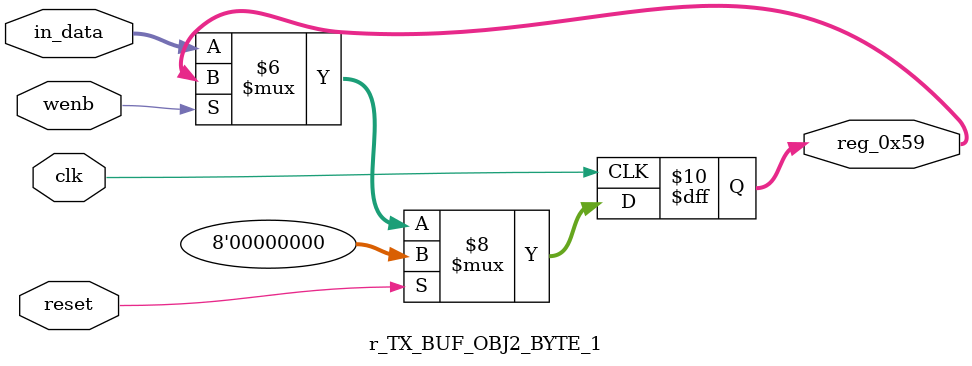
<source format=v>
module r_TX_BUF_OBJ2_BYTE_1(output reg [7:0] reg_0x59, input wire reset, input wire wenb, input wire [7:0] in_data, input wire clk);
	always@(posedge clk)
	begin
		if(reset==0) begin
			if(wenb==0)
				reg_0x59<=in_data;
			else
				reg_0x59<=reg_0x59;
		end
		else
			reg_0x59<=8'h00;
	end
endmodule
</source>
